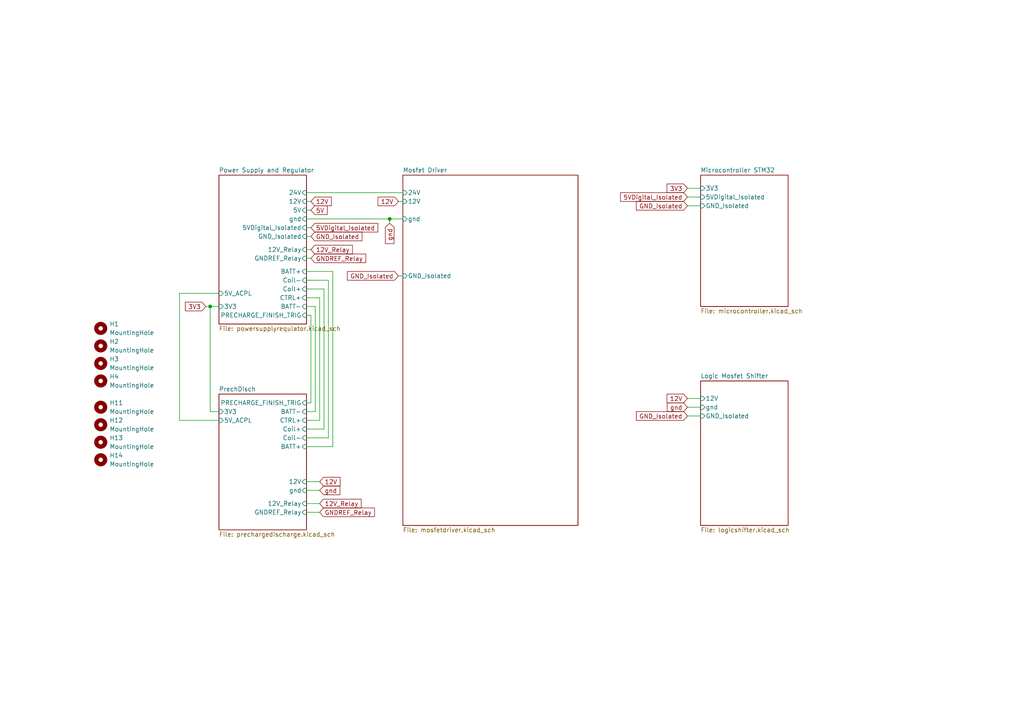
<source format=kicad_sch>
(kicad_sch (version 20250114) (generator "eeschema") (generator_version "9.0")
  (paper "A4")
  (lib_symbols
    (symbol "Mechanical:MountingHole" (pin_names (offset 1.016)) (exclude_from_sim yes) (in_bom no)
      (property "Reference" "H" (at 0 5.08 0))
      (property "Value" "MountingHole" (at 0 3.175 0))
      (symbol "MountingHole_0_1"
        (circle (center 0 0) (radius 1.27) (stroke (width 1.27)))
      )
    )
  )
  (junction (at 113.03 63.5))
  (junction (at 60.96 88.9))
  (wire (pts (xy 88.9 146.05) (xy 92.71 146.05)))
  (wire (pts (xy 96.52 78.74) (xy 96.52 129.54)))
  (wire (pts (xy 88.9 74.93) (xy 90.17 74.93)))
  (wire (pts (xy 88.9 63.5) (xy 113.03 63.5)))
  (wire (pts (xy 199.39 118.11) (xy 203.2 118.11)))
  (wire (pts (xy 113.03 63.5) (xy 113.03 64.77)))
  (wire (pts (xy 92.71 86.36) (xy 88.9 86.36)))
  (wire (pts (xy 115.57 58.42) (xy 116.84 58.42)))
  (wire (pts (xy 88.9 91.44) (xy 90.17 91.44)))
  (wire (pts (xy 95.25 127) (xy 88.9 127)))
  (wire (pts (xy 88.9 88.9) (xy 91.44 88.9)))
  (wire (pts (xy 90.17 116.84) (xy 88.9 116.84)))
  (wire (pts (xy 199.39 54.61) (xy 203.2 54.61)))
  (wire (pts (xy 91.44 88.9) (xy 91.44 119.38)))
  (wire (pts (xy 95.25 81.28) (xy 95.25 127)))
  (wire (pts (xy 59.69 88.9) (xy 60.96 88.9)))
  (wire (pts (xy 203.2 115.57) (xy 199.39 115.57)))
  (wire (pts (xy 88.9 66.04) (xy 90.17 66.04)))
  (wire (pts (xy 52.07 121.92) (xy 52.07 85.09)))
  (wire (pts (xy 88.9 60.96) (xy 90.17 60.96)))
  (wire (pts (xy 88.9 142.24) (xy 92.71 142.24)))
  (wire (pts (xy 60.96 88.9) (xy 63.5 88.9)))
  (wire (pts (xy 88.9 72.39) (xy 90.17 72.39)))
  (wire (pts (xy 88.9 139.7) (xy 92.71 139.7)))
  (wire (pts (xy 115.57 80.01) (xy 116.84 80.01)))
  (wire (pts (xy 88.9 124.46) (xy 93.98 124.46)))
  (wire (pts (xy 88.9 129.54) (xy 96.52 129.54)))
  (wire (pts (xy 63.5 121.92) (xy 52.07 121.92)))
  (wire (pts (xy 88.9 78.74) (xy 96.52 78.74)))
  (wire (pts (xy 88.9 68.58) (xy 90.17 68.58)))
  (wire (pts (xy 113.03 63.5) (xy 116.84 63.5)))
  (wire (pts (xy 88.9 121.92) (xy 92.71 121.92)))
  (wire (pts (xy 203.2 57.15) (xy 199.39 57.15)))
  (wire (pts (xy 88.9 148.59) (xy 92.71 148.59)))
  (wire (pts (xy 88.9 58.42) (xy 90.17 58.42)))
  (wire (pts (xy 88.9 81.28) (xy 95.25 81.28)))
  (wire (pts (xy 52.07 85.09) (xy 63.5 85.09)))
  (wire (pts (xy 88.9 55.88) (xy 116.84 55.88)))
  (wire (pts (xy 199.39 59.69) (xy 203.2 59.69)))
  (wire (pts (xy 88.9 83.82) (xy 93.98 83.82)))
  (wire (pts (xy 90.17 91.44) (xy 90.17 116.84)))
  (wire (pts (xy 199.39 120.65) (xy 203.2 120.65)))
  (wire (pts (xy 60.96 88.9) (xy 60.96 119.38)))
  (wire (pts (xy 91.44 119.38) (xy 88.9 119.38)))
  (wire (pts (xy 93.98 83.82) (xy 93.98 124.46)))
  (wire (pts (xy 92.71 121.92) (xy 92.71 86.36)))
  (wire (pts (xy 60.96 119.38) (xy 63.5 119.38)))
  (global_label "GND_Isolated" (shape input) (at 199.39 59.69 180) (property "Intersheetrefs" "${INTERSHEET_REFS}" (effects (hide yes))))
  (global_label "GNDREF_Relay" (shape input) (at 90.17 74.93 0) (property "Intersheetrefs" "${INTERSHEET_REFS}" (effects (hide yes))))
  (global_label "gnd" (shape input) (at 113.03 64.77 270) (property "Intersheetrefs" "${INTERSHEET_REFS}" (effects (hide yes))))
  (global_label "3V3" (shape input) (at 199.39 54.61 180) (property "Intersheetrefs" "${INTERSHEET_REFS}" (effects (hide yes))))
  (global_label "5VDigital_Isolated" (shape input) (at 90.17 66.04 0) (property "Intersheetrefs" "${INTERSHEET_REFS}" (effects (hide yes))))
  (global_label "5V" (shape input) (at 90.17 60.96 0) (property "Intersheetrefs" "${INTERSHEET_REFS}" (effects (hide yes))))
  (global_label "12V" (shape input) (at 90.17 58.42 0) (property "Intersheetrefs" "${INTERSHEET_REFS}" (effects (hide yes))))
  (global_label "GND_Isolated" (shape input) (at 199.39 120.65 180) (property "Intersheetrefs" "${INTERSHEET_REFS}" (effects (hide yes))))
  (global_label "12V_Relay" (shape input) (at 90.17 72.39 0) (property "Intersheetrefs" "${INTERSHEET_REFS}" (effects (hide yes))))
  (global_label "12V" (shape input) (at 199.39 115.57 180) (property "Intersheetrefs" "${INTERSHEET_REFS}" (effects (hide yes))))
  (global_label "12V_Relay" (shape input) (at 92.71 146.05 0) (property "Intersheetrefs" "${INTERSHEET_REFS}" (effects (hide yes))))
  (global_label "GNDREF_Relay" (shape input) (at 92.71 148.59 0) (property "Intersheetrefs" "${INTERSHEET_REFS}" (effects (hide yes))))
  (global_label "GND_Isolated" (shape input) (at 90.17 68.58 0) (property "Intersheetrefs" "${INTERSHEET_REFS}" (effects (hide yes))))
  (global_label "5VDigital_Isolated" (shape input) (at 199.39 57.15 180) (property "Intersheetrefs" "${INTERSHEET_REFS}" (effects (hide yes))))
  (global_label "12V" (shape input) (at 92.71 139.7 0) (property "Intersheetrefs" "${INTERSHEET_REFS}" (effects (hide yes))))
  (global_label "12V" (shape input) (at 115.57 58.42 180) (property "Intersheetrefs" "${INTERSHEET_REFS}" (effects (hide yes))))
  (global_label "3V3" (shape input) (at 59.69 88.9 180) (property "Intersheetrefs" "${INTERSHEET_REFS}" (effects (hide yes))))
  (global_label "GND_Isolated" (shape input) (at 115.57 80.01 180) (property "Intersheetrefs" "${INTERSHEET_REFS}" (effects (hide yes))))
  (global_label "gnd" (shape input) (at 199.39 118.11 180) (property "Intersheetrefs" "${INTERSHEET_REFS}" (effects (hide yes))))
  (global_label "gnd" (shape input) (at 92.71 142.24 0) (property "Intersheetrefs" "${INTERSHEET_REFS}" (effects (hide yes))))
  (symbol (lib_id "Mechanical:MountingHole") (at 29.21 123.19 0) (unit 1) (exclude_from_sim yes) (in_bom no)
    (property "Reference" "H12" (at 31.75 121.9199 0) (effects (justify left)))
    (property "Value" "MountingHole" (at 31.75 124.4599 0) (effects (justify left)))
    (property "Footprint" "MountingHole:MountingHole_6.4mm_M6" (effects (hide yes)))
    (property "Description" "Mounting Hole without connection" (effects (hide yes)))
  )
  (symbol (lib_id "Mechanical:MountingHole") (at 29.21 100.33 0) (unit 1) (exclude_from_sim yes) (in_bom no)
    (property "Reference" "H2" (at 31.75 99.0599 0) (effects (justify left)))
    (property "Value" "MountingHole" (at 31.75 101.5999 0) (effects (justify left)))
    (property "Footprint" "MountingHole:MountingHole_3.2mm_M3_Pad" (effects (hide yes)))
    (property "Description" "Mounting Hole without connection" (effects (hide yes)))
  )
  (symbol (lib_id "Mechanical:MountingHole") (at 29.21 105.41 0) (unit 1) (exclude_from_sim yes) (in_bom no)
    (property "Reference" "H3" (at 31.75 104.1399 0) (effects (justify left)))
    (property "Value" "MountingHole" (at 31.75 106.6799 0) (effects (justify left)))
    (property "Footprint" "MountingHole:MountingHole_3.2mm_M3_Pad" (effects (hide yes)))
    (property "Description" "Mounting Hole without connection" (effects (hide yes)))
  )
  (symbol (lib_id "Mechanical:MountingHole") (at 29.21 110.49 0) (unit 1) (exclude_from_sim yes) (in_bom no)
    (property "Reference" "H4" (at 31.75 109.2199 0) (effects (justify left)))
    (property "Value" "MountingHole" (at 31.75 111.7599 0) (effects (justify left)))
    (property "Footprint" "MountingHole:MountingHole_3.2mm_M3_Pad" (effects (hide yes)))
    (property "Description" "Mounting Hole without connection" (effects (hide yes)))
  )
  (symbol (lib_id "Mechanical:MountingHole") (at 29.21 128.27 0) (unit 1) (exclude_from_sim yes) (in_bom no)
    (property "Reference" "H13" (at 31.75 126.9999 0) (effects (justify left)))
    (property "Value" "MountingHole" (at 31.75 129.5399 0) (effects (justify left)))
    (property "Footprint" "MountingHole:MountingHole_6.4mm_M6" (effects (hide yes)))
    (property "Description" "Mounting Hole without connection" (effects (hide yes)))
  )
  (symbol (lib_id "Mechanical:MountingHole") (at 29.21 133.35 0) (unit 1) (exclude_from_sim yes) (in_bom no)
    (property "Reference" "H14" (at 31.75 132.0799 0) (effects (justify left)))
    (property "Value" "MountingHole" (at 31.75 134.6199 0) (effects (justify left)))
    (property "Footprint" "MountingHole:MountingHole_6.4mm_M6" (effects (hide yes)))
    (property "Description" "Mounting Hole without connection" (effects (hide yes)))
  )
  (symbol (lib_id "Mechanical:MountingHole") (at 29.21 95.25 0) (unit 1) (exclude_from_sim yes) (in_bom no)
    (property "Reference" "H1" (at 31.75 93.9799 0) (effects (justify left)))
    (property "Value" "MountingHole" (at 31.75 96.5199 0) (effects (justify left)))
    (property "Footprint" "MountingHole:MountingHole_3.2mm_M3_Pad" (effects (hide yes)))
    (property "Description" "Mounting Hole without connection" (effects (hide yes)))
  )
  (symbol (lib_id "Mechanical:MountingHole") (at 29.21 118.11 0) (unit 1) (exclude_from_sim yes) (in_bom no)
    (property "Reference" "H11" (at 31.75 116.8399 0) (effects (justify left)))
    (property "Value" "MountingHole" (at 31.75 119.3799 0) (effects (justify left)))
    (property "Footprint" "MountingHole:MountingHole_6.4mm_M6" (effects (hide yes)))
    (property "Description" "Mounting Hole without connection" (effects (hide yes)))
  )
  (sheet (at 203.2 50.8) (size 25.4 38.1) (stroke (width 0.1524))
    (property "Sheetname" "Microcontroller STM32" (at 203.2 50.0884 0) (effects (justify left bottom)))
    (property "Sheetfile" "microcontroller.kicad_sch" (at 203.2 89.4846 0) (effects (justify left top)))
    (pin "3V3" input (at 203.2 54.61 180))
    (pin "5VDigital_Isolated" input (at 203.2 57.15 180))
    (pin "GND_Isolated" input (at 203.2 59.69 180))
  )
  (sheet (at 63.5 114.3) (size 25.4 39.37) (stroke (width 0.1524))
    (property "Sheetname" "PrechDisch" (at 63.5 113.5884 0) (effects (justify left bottom)))
    (property "Sheetfile" "prechargedischarge.kicad_sch" (at 63.5 154.2546 0) (effects (justify left top)))
    (pin "12V" input (at 88.9 139.7 0))
    (pin "BATT+" input (at 88.9 129.54 0))
    (pin "gnd" input (at 88.9 142.24 0))
    (pin "Coil+" input (at 88.9 124.46 0))
    (pin "Coil-" input (at 88.9 127 0))
    (pin "12V_Relay" input (at 88.9 146.05 0))
    (pin "GNDREF_Relay" input (at 88.9 148.59 0))
    (pin "BATT-" input (at 88.9 119.38 0))
    (pin "CTRL+" input (at 88.9 121.92 0))
    (pin "PRECHARGE_FINISH_TRIG" input (at 88.9 116.84 0))
    (pin "3V3" input (at 63.5 119.38 180))
    (pin "5V_ACPL" input (at 63.5 121.92 180))
  )
  (sheet (at 116.84 50.8) (size 50.8 101.6) (stroke (width 0.1524))
    (property "Sheetname" "Mosfet Driver" (at 116.84 50.0884 0) (effects (justify left bottom)))
    (property "Sheetfile" "mosfetdriver.kicad_sch" (at 116.84 152.9846 0) (effects (justify left top)))
    (pin "GND_Isolated" input (at 116.84 80.01 180))
    (pin "24V" input (at 116.84 55.88 180))
    (pin "gnd" input (at 116.84 63.5 180))
    (pin "12V" input (at 116.84 58.42 180))
  )
  (sheet (at 203.2 110.49) (size 25.4 41.91) (stroke (width 0.1524))
    (property "Sheetname" "Logic Mosfet Shifter" (at 203.2 109.7784 0) (effects (justify left bottom)))
    (property "Sheetfile" "logicshifter.kicad_sch" (at 203.2 152.9846 0) (effects (justify left top)))
    (pin "12V" input (at 203.2 115.57 180))
    (pin "GND_Isolated" input (at 203.2 120.65 180))
    (pin "gnd" input (at 203.2 118.11 180))
  )
  (sheet (at 63.5 50.8) (size 25.4 43.18) (stroke (width 0.1524))
    (property "Sheetname" "Power Supply and Regulator" (at 63.5 50.0884 0) (effects (justify left bottom)))
    (property "Sheetfile" "powersupplyrequlator.kicad_sch" (at 63.5 94.5646 0) (effects (justify left top)))
    (pin "5VDigital_Isolated" input (at 88.9 66.04 0))
    (pin "12V" input (at 88.9 58.42 0))
    (pin "24V" input (at 88.9 55.88 0))
    (pin "BATT+" input (at 88.9 78.74 0))
    (pin "Coil+" input (at 88.9 83.82 0))
    (pin "Coil-" input (at 88.9 81.28 0))
    (pin "gnd" input (at 88.9 63.5 0))
    (pin "GND_Isolated" input (at 88.9 68.58 0))
    (pin "5V" input (at 88.9 60.96 0))
    (pin "12V_Relay" input (at 88.9 72.39 0))
    (pin "GNDREF_Relay" input (at 88.9 74.93 0))
    (pin "BATT-" input (at 88.9 88.9 0))
    (pin "CTRL+" input (at 88.9 86.36 0))
    (pin "PRECHARGE_FINISH_TRIG" input (at 88.9 91.44 0))
    (pin "3V3" input (at 63.5 88.9 180))
    (pin "5V_ACPL" input (at 63.5 85.09 180))
  )
)
</source>
